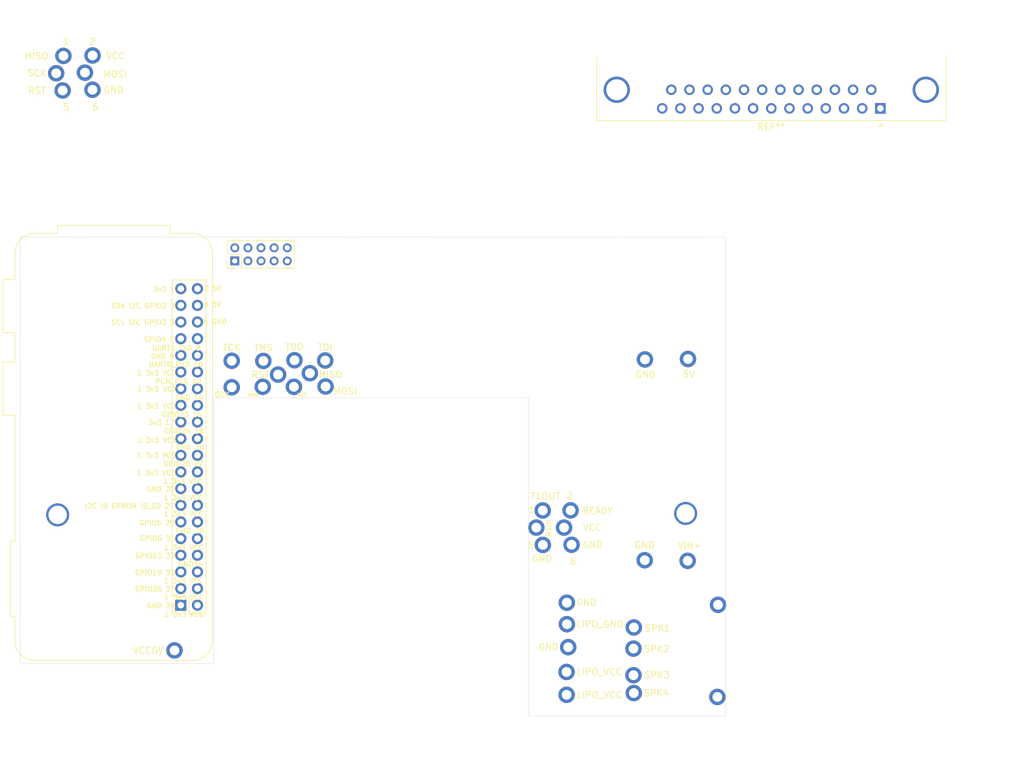
<source format=kicad_pcb>
(kicad_pcb (version 20241229) (generator "pcbnew") (generator_version "9.0")
  (layers (0 "F.Cu" signal) (2 "B.Cu" signal) (13 "F.Paste" user) (15 "B.Paste" user) (5 "F.SilkS" user "F.Silkscreen") (7 "B.SilkS" user "B.Silkscreen") (1 "F.Mask" user) (3 "B.Mask" user) (25 "Edge.Cuts" user))
  (net 0 "")
  (net 1 "TCK")
  (net 2 "TMS")
  (net 3 "TDO")
  (net 4 "TDI")
  (net 5 "SCK")
  (net 6 "GND")
  (net 7 "VCC")
  (net 8 "MOSI")
  (net 9 "MISO")
  (net 10 "RST")
  (net 11 "READY")
  (net 12 "SPK1")
  (net 13 "SPK2")
  (net 14 "SPK3")
  (net 15 "SPK4")
  (net 16 "VCC6V")
  (net 17 "VCC_LIPO")
  (net 18 "VCC_5V")
  (net 19 "LIPO_GND")
  (net 20 "VCC_LIPO_IN")
  (net 21 "VCC_BOOSTER_IN")
  (net 22 "PI_TX")
  (net 23 "PI_RX")
  (footprint "Connector_PinHeader_2.00mm:PinHeader_2x05_P2.00mm_Vertical" (layer "F.Cu") (at 117.683704 62.10541 90)
    (property "Reference" "USBPROGRAMMER" (hide yes))
    (property "Value" "PinHeader_2x05_P2.00mm_Vertical" (hide yes))
    (fp_line (start 3.11 -1.11) (end 3.11 9.11) (stroke (width 0.12)) (layer "F.SilkS"))
    (fp_line (start 1 -1.11) (end 3.11 -1.11) (stroke (width 0.12)) (layer "F.SilkS"))
    (fp_line (start -1.11 -1.11) (end 0 -1.11) (stroke (width 0.12)) (layer "F.SilkS"))
    (fp_line (start -1.11 0) (end -1.11 -1.11) (stroke (width 0.12)) (layer "F.SilkS"))
    (fp_line (start 1 1) (end 1 -1.11) (stroke (width 0.12)) (layer "F.SilkS"))
    (fp_line (start -1.11 1) (end 1 1) (stroke (width 0.12)) (layer "F.SilkS"))
    (fp_line (start -1.11 1) (end -1.11 9.11) (stroke (width 0.12)) (layer "F.SilkS"))
    (fp_line (start -1.11 9.11) (end 3.11 9.11) (stroke (width 0.12)) (layer "F.SilkS"))
    (pad "3" thru_hole circle (at 0 2 90) (size 1.35 1.35) (drill 0.8) (layers "*.Cu" "*.Mask"))
    (pad "4" thru_hole circle (at 2 2 90) (size 1.35 1.35) (drill 0.8) (layers "*.Cu" "*.Mask"))
    (pad "5" thru_hole circle (at 0 4 90) (size 1.35 1.35) (drill 0.8) (layers "*.Cu" "*.Mask"))
    (pad "7" thru_hole circle (at 0 6 90) (size 1.35 1.35) (drill 0.8) (layers "*.Cu" "*.Mask"))
    (pad "MISO" thru_hole circle (at 2 8 90) (size 1.35 1.35) (drill 0.8) (layers "*.Cu" "*.Mask") (net 9 "MISO"))
    (pad "MOSI" thru_hole circle (at 2 0 90) (size 1.35 1.35) (drill 0.8) (layers "*.Cu" "*.Mask") (net 8 "MOSI"))
    (pad "RST" thru_hole circle (at 2 4 90) (size 1.35 1.35) (drill 0.8) (layers "*.Cu" "*.Mask") (net 10 "RST"))
    (pad "SCK" thru_hole circle (at 2 6 90) (size 1.35 1.35) (drill 0.8) (layers "*.Cu" "*.Mask") (net 5 "SCK"))
    (pad "VCC" thru_hole rect (at 0 0 90) (size 1.35 1.35) (drill 0.8) (layers "*.Cu" "*.Mask") (net 7 "VCC"))
    (pad "VCC" thru_hole circle (at 0 8 90) (size 1.35 1.35) (drill 0.8) (layers "*.Cu" "*.Mask") (net 7 "VCC"))
  )
  (footprint "Connector_Wire:SolderWire-0.1sqmm_1x01_D0.4mm_OD1mm" (layer "F.Cu") (at 108.5 121.5)
    (property "Reference" "VCC6V" (at -4 0 0) (layer "F.SilkS"))
    (property "Value" "SolderWire-0.1sqmm_1x01_D0.4mm_OD1mm" (hide yes))
    (pad "VCC6V" thru_hole circle (at 0 0) (size 2.5 2.5) (drill 1.5) (layers "*.Cu" "*.Mask") (net 16 "VCC6V"))
  )
  (footprint "Connector_Wire:SolderWire-0.1sqmm_1x01_D0.4mm_OD1mm" (layer "F.Cu") (at 90.465439 33.4854)
    (property "Reference" "SCK" (at -2.907774 0 0) (layer "F.SilkS"))
    (property "Value" "SolderWire-0.1sqmm_1x01_D0.4mm_OD1mm" (hide yes))
    (pad "SCK" thru_hole circle (at 0 0) (size 2.5 2.5) (drill 1.5) (layers "*.Cu" "*.Mask") (net 5 "SCK"))
  )
  (footprint "Connector_Wire:SolderWire-0.1sqmm_1x01_D0.4mm_OD1mm" (layer "F.Cu") (at 91.450067 36.1076)
    (property "Reference" "RST" (at -3.901952 0.014272 0) (layer "F.SilkS"))
    (property "Value" "SolderWire-0.1sqmm_1x01_D0.4mm_OD1mm" (hide yes))
    (pad "RST" thru_hole circle (at 0 0) (size 2.5 2.5) (drill 1.5) (layers "*.Cu" "*.Mask") (net 10 "RST"))
  )
  (footprint "Connector_Wire:SolderWire-0.1sqmm_1x01_D0.4mm_OD1mm" (layer "F.Cu") (at 178.446188 125.284499)
    (property "Reference" "SPK3" (at 3.586544 -0.034733 0) (layer "F.SilkS"))
    (property "Value" "SolderWire-0.1sqmm_1x01_D0.4mm_OD1mm" (hide yes))
    (pad "SPK3" thru_hole circle (at 0 0) (size 2.5 2.5) (drill 1.5) (layers "*.Cu" "*.Mask") (net 14 "SPK3"))
  )
  (footprint "Connector_Wire:SolderWire-1.5sqmm_1x01_D1.7mm_OD3.9mm" (layer "F.Cu") (at 131.520852 81.249229)
    (property "Reference" "MOSI" (at 2.979148 0.750771 0) (layer "F.SilkS"))
    (property "Value" "SolderWire-1.5sqmm_1x01_D1.7mm_OD3.9mm" (hide yes))
    (pad "MOSI" thru_hole circle (at 0 0) (size 2.5 2.5) (drill 1.5) (layers "*.Cu" "*.Mask") (net 8 "MOSI"))
  )
  (footprint "Connector_Wire:SolderWire-0.1sqmm_1x01_D0.4mm_OD1mm" (layer "F.Cu") (at 178.446188 121.222982)
    (property "Reference" "SPK2" (at 3.553812 0.049424 0) (layer "F.SilkS"))
    (property "Value" "SolderWire-0.1sqmm_1x01_D0.4mm_OD1mm" (hide yes))
    (pad "SPK2" thru_hole circle (at 0 0) (size 2.5 2.5) (drill 1.5) (layers "*.Cu" "*.Mask") (net 13 "SPK2"))
  )
  (footprint "Connector_Wire:SolderWire-0.1sqmm_1x01_D0.4mm_OD1mm" (layer "F.Cu") (at 169.012365 105.381576)
    (property "Reference" "GND" (at 3.220697 0 0) (layer "F.SilkS"))
    (property "Value" "SolderWire-0.1sqmm_1x01_D0.4mm_OD1mm" (hide yes))
    (pad "GND" thru_hole circle (at 0 0) (size 2.5 2.5) (drill 1.5) (layers "*.Cu" "*.Mask") (net 6 "GND"))
  )
  (footprint "Connector_Wire:SolderWire-0.1sqmm_1x01_D0.4mm_OD1mm" (layer "F.Cu") (at 91.573038 30.835211)
    (property "Reference" "MISO" (at -4.100762 0.036346 0) (layer "F.SilkS"))
    (property "Value" "SolderWire-0.1sqmm_1x01_D0.4mm_OD1mm" (hide yes))
    (pad "MISO" thru_hole circle (at 0 0) (size 2.5 2.5) (drill 1.5) (layers "*.Cu" "*.Mask") (net 9 "MISO"))
  )
  (footprint "Connector_Wire:SolderWire-0.1sqmm_1x01_D0.4mm_OD1mm" (layer "F.Cu") (at 168.86398 100.143593)
    (property "Reference" "READY" (at 4.13602 0.051185 0) (layer "F.SilkS"))
    (property "Value" "SolderWire-0.1sqmm_1x01_D0.4mm_OD1mm" (hide yes))
    (pad "READY" thru_hole circle (at 0 0) (size 2.5 2.5) (drill 1.5) (layers "*.Cu" "*.Mask") (net 11 "READY"))
  )
  (footprint "Connector_Wire:SolderWire-0.1sqmm_1x01_D0.4mm_OD1mm" (layer "F.Cu") (at 178.5 128)
    (property "Reference" "SPK4" (at 3.433823 0.019216 0) (layer "F.SilkS"))
    (property "Value" "SolderWire-0.1sqmm_1x01_D0.4mm_OD1mm" (hide yes))
    (pad "SPK4" thru_hole circle (at 0 0) (size 2.5 2.5) (drill 1.5) (layers "*.Cu" "*.Mask") (net 15 "SPK4"))
  )
  (footprint "Connector_Wire:SolderWire-0.1sqmm_1x01_D0.4mm_OD1mm" (layer "F.Cu") (at 186.396955 100.608429)
    (property "Reference" "SCREW1" (hide yes))
    (property "Value" "SolderWire-0.1sqmm_1x01_D0.4mm_OD1mm" (hide yes))
    (pad "1" thru_hole circle (at 0 0) (size 3.5 3.5) (drill 2.8) (layers "*.Cu" "*.Mask"))
  )
  (footprint "Connector_Wire:SolderWire-1.5sqmm_1x01_D1.7mm_OD3.9mm" (layer "F.Cu") (at 126.697643 81.297461)
    (property "Reference" "VCC" (at 1.302357 1.202539 0) (layer "F.SilkS") (effects (font (size 0.5 0.5) (thickness 0.125))))
    (property "Value" "SolderWire-1.5sqmm_1x01_D1.7mm_OD3.9mm" (hide yes))
    (pad "VCC" thru_hole circle (at 0 0) (size 2.5 2.5) (drill 1.5) (layers "*.Cu" "*.Mask") (net 7 "VCC"))
  )
  (footprint "Connector_Wire:SolderWire-0.1sqmm_1x01_D0.4mm_OD1mm" (layer "F.Cu") (at 168.288728 114.220697 180)
    (property "Reference" "GND" (at -3 0 0) (layer "F.SilkS"))
    (property "Value" "SolderWire-0.1sqmm_1x01_D0.4mm_OD1mm" (hide yes))
    (pad "LIPO_CHARGER_GND_OUT" thru_hole circle (at 0 0 180) (size 2.5 2.5) (drill 1.5) (layers "*.Cu" "*.Mask") (net 6 "GND"))
  )
  (footprint "Connector_Wire:SolderWire-0.1sqmm_1x01_D0.4mm_OD1mm" (layer "F.Cu") (at 168.258613 128.26802 180)
    (property "Reference" "LIPO_VCC" (at -5.016313 -0.014751 0) (layer "F.SilkS"))
    (property "Value" "SolderWire-0.1sqmm_1x01_D0.4mm_OD1mm" (hide yes))
    (pad "LIPO_CHARGER_BAT_VCC" thru_hole circle (at 0 0 180) (size 2.5 2.5) (drill 1.5) (layers "*.Cu" "*.Mask") (net 17 "VCC_LIPO"))
  )
  (footprint "" (layer "F.Cu") (at 180.195424 77.123239)
    (property "Reference" "" (at 0 0 0) (layer "F.SilkS") (effects (font (size 1.27 1.27))))
    (property "Value" "")
    (pad "GND" thru_hole circle (at 0 0) (size 2.5 2.5) (drill 1.5) (layers "*.Cu" "*.Mask") (net 6 "GND"))
  )
  (footprint "" (layer "F.Cu") (at 186.702813 107.832188)
    (property "Reference" "" (at 0 0 0) (layer "F.SilkS") (effects (font (size 1.27 1.27))))
    (property "Value" "")
    (pad "VCC_BOOSTER_IN" thru_hole circle (at 0 0) (size 2.5 2.5) (drill 1.5) (layers "*.Cu" "*.Mask") (net 21 "VCC_BOOSTER_IN"))
  )
  (footprint "" (layer "F.Cu") (at 186.75482 77.058679)
    (property "Reference" "" (at 0 0 0) (layer "F.SilkS") (effects (font (size 1.27 1.27))))
    (property "Value" "")
    (pad "VCC_5V" thru_hole circle (at 0 0) (size 2.5 2.5) (drill 1.5) (layers "*.Cu" "*.Mask") (net 18 "VCC_5V"))
  )
  (footprint "Connector_Wire:SolderWire-0.1sqmm_1x01_D0.4mm_OD1mm" (layer "F.Cu") (at 94.847145 33.386863)
    (property "Reference" "MOSI" (at 4.618294 0.254058 0) (layer "F.SilkS"))
    (property "Value" "SolderWire-0.1sqmm_1x01_D0.4mm_OD1mm" (hide yes))
    (pad "MOSI" thru_hole circle (at 0 0) (size 2.5 2.5) (drill 1.5) (layers "*.Cu" "*.Mask") (net 8 "MOSI"))
  )
  (footprint "Connector_Wire:SolderWire-1.5sqmm_1x01_D1.7mm_OD3.9mm" (layer "F.Cu") (at 129.133364 79.223481)
    (property "Reference" "MISO" (at 3.135086 0.192928 0) (layer "F.SilkS"))
    (property "Value" "SolderWire-1.5sqmm_1x01_D1.7mm_OD3.9mm" (hide yes))
    (pad "MISO" thru_hole circle (at 0 0) (size 2.5 2.5) (drill 1.5) (layers "*.Cu" "*.Mask") (net 9 "MISO"))
  )
  (footprint "Connector_Wire:SolderWire-0.1sqmm_1x01_D0.4mm_OD1mm" (layer "F.Cu") (at 164.635014 105.411253)
    (property "Reference" "GND" (at -0.135014 2.088747 0) (layer "F.SilkS"))
    (property "Value" "SolderWire-0.1sqmm_1x01_D0.4mm_OD1mm" (hide yes))
    (pad "GND" thru_hole circle (at 0 0) (size 2.5 2.5) (drill 1.5) (layers "*.Cu" "*.Mask") (net 6 "GND"))
  )
  (footprint "Connector_Wire:SolderWire-1.5sqmm_1x01_D1.7mm_OD3.9mm" (layer "F.Cu") (at 131.466303 77.289362)
    (property "Reference" "TDI" (at 0 -2 0) (layer "F.SilkS"))
    (property "Value" "SolderWire-1.5sqmm_1x01_D1.7mm_OD3.9mm" (hide yes))
    (pad "TDI" thru_hole circle (at 0 0) (size 2.5 2.5) (drill 1.5) (layers "*.Cu" "*.Mask") (net 4 "TDI"))
  )
  (footprint "" (layer "F.Cu") (at 180.157858 107.744336)
    (property "Reference" "" (at 0 0 0) (layer "F.SilkS") (effects (font (size 1.27 1.27))))
    (property "Value" "")
    (pad "GND" thru_hole circle (at 0 0) (size 2.5 2.5) (drill 1.5) (layers "*.Cu" "*.Mask") (net 6 "GND"))
  )
  (footprint "Connector_Wire:SolderWire-0.1sqmm_1x01_D0.4mm_OD1mm" (layer "F.Cu") (at 191.335131 114.541321 180)
    (property "Reference" "LIPO_GND" (hide yes))
    (property "Value" "SolderWire-0.1sqmm_1x01_D0.4mm_OD1mm" (hide yes))
    (pad "GND" thru_hole circle (at 0 0 180) (size 2.5 2.5) (drill 1.5) (layers "*.Cu" "*.Mask") (net 6 "GND"))
  )
  (footprint "Connector_Wire:SolderWire-1.5sqmm_1x01_D1.7mm_OD3.9mm" (layer "F.Cu") (at 122.040949 77.349652)
    (property "Reference" "TMS" (at 0 -2 0) (layer "F.SilkS"))
    (property "Value" "SolderWire-1.5sqmm_1x01_D1.7mm_OD3.9mm" (hide yes))
    (pad "TMS" thru_hole circle (at 0 0) (size 2.5 2.5) (drill 1.5) (layers "*.Cu" "*.Mask") (net 2 "TMS"))
  )
  (footprint "Connector_Wire:SolderWire-0.1sqmm_1x01_D0.4mm_OD1mm" (layer "F.Cu") (at 168.303567 117.5 180)
    (property "Reference" "LIPO_GND" (at -5 0 0) (layer "F.SilkS"))
    (property "Value" "SolderWire-0.1sqmm_1x01_D0.4mm_OD1mm" (hide yes))
    (pad "LIPO_CHARGER_LIPO_GND" thru_hole circle (at 0 0 180) (size 2.5 2.5) (drill 1.5) (layers "*.Cu" "*.Mask") (net 19 "LIPO_GND"))
  )
  (footprint "" (layer "F.Cu") (at 191.231262 128.593359 180)
    (property "Reference" "" (at 0 0 0) (layer "F.SilkS") (effects (font (size 1.27 1.27))))
    (property "Value" "")
    (pad "LIPO_CHARGER_INPUT" thru_hole circle (at 0 0 180) (size 2.5 2.5) (drill 1.5) (layers "*.Cu" "*.Mask") (net 20 "VCC_LIPO_IN"))
  )
  (footprint "Connector_Wire:SolderWire-1.5sqmm_1x01_D1.7mm_OD3.9mm" (layer "F.Cu") (at 124.286039 79.440525)
    (property "Reference" "RST" (at -2.652765 0.024116 0) (layer "F.SilkS"))
    (property "Value" "SolderWire-1.5sqmm_1x01_D1.7mm_OD3.9mm" (hide yes))
    (pad "RST" thru_hole circle (at 0 0) (size 2.5 2.5) (drill 1.5) (layers "*.Cu" "*.Mask") (net 10 "RST"))
  )
  (footprint "Connector_Wire:SolderWire-1.5sqmm_1x01_D1.7mm_OD3.9mm" (layer "F.Cu") (at 117.21774 77.329556)
    (property "Reference" "TCK" (at 0 -2 0) (layer "F.SilkS"))
    (property "Value" "SolderWire-1.5sqmm_1x01_D1.7mm_OD3.9mm" (hide yes))
    (pad "TCK" thru_hole circle (at 0 0) (size 2.5 2.5) (drill 1.5) (layers "*.Cu" "*.Mask") (net 1 "TCK"))
  )
  (footprint "Connector_Dsub:DSUB-25_Pins_Horizontal_P2.77x2.84mm_EdgePinOffset4.94mm_Housed_MountingHolesOffset4.94mm" (layer "F.Cu") (at 216.07 38.84 180)
    (property "Reference" "REF**" (at 16.62 -2.8 0) (layer "F.SilkS"))
    (property "Value" "DSUB-25_Pins_Horizontal_P2.77x2.84mm_EdgePinOffset4.94mm_Housed_MountingHolesOffset4.94mm")
    (fp_line (start 43.23 -1.86) (end 43.23 7.72) (stroke (width 0.12)) (layer "F.SilkS"))
    (fp_line (start 0.25 -2.754338) (end 0 -2.321325) (stroke (width 0.12)) (layer "F.SilkS"))
    (fp_line (start 0 -2.321325) (end -0.25 -2.754338) (stroke (width 0.12)) (layer "F.SilkS"))
    (fp_line (start -0.25 -2.754338) (end 0.25 -2.754338) (stroke (width 0.12)) (layer "F.SilkS"))
    (fp_line (start -9.99 7.72) (end -9.99 -1.86) (stroke (width 0.12)) (layer "F.SilkS"))
    (fp_line (start -9.99 -1.86) (end 43.23 -1.86) (stroke (width 0.12)) (layer "F.SilkS"))
    (pad "0" thru_hole circle (at -6.93 2.84 180) (size 4 4) (drill 3.2) (layers "*.Cu" "*.Mask"))
    (pad "0" thru_hole circle (at 40.17 2.84 180) (size 4 4) (drill 3.2) (layers "*.Cu" "*.Mask"))
    (pad "1" thru_hole rect (at 0 0 180) (size 1.6 1.6) (drill 1) (layers "*.Cu" "*.Mask"))
    (pad "2" thru_hole circle (at 2.77 0 180) (size 1.6 1.6) (drill 1) (layers "*.Cu" "*.Mask"))
    (pad "3" thru_hole circle (at 5.54 0 180) (size 1.6 1.6) (drill 1) (layers "*.Cu" "*.Mask"))
    (pad "4" thru_hole circle (at 8.31 0 180) (size 1.6 1.6) (drill 1) (layers "*.Cu" "*.Mask"))
    (pad "5" thru_hole circle (at 11.08 0 180) (size 1.6 1.6) (drill 1) (layers "*.Cu" "*.Mask"))
    (pad "6" thru_hole circle (at 13.85 0 180) (size 1.6 1.6) (drill 1) (layers "*.Cu" "*.Mask"))
    (pad "7" thru_hole circle (at 16.62 0 180) (size 1.6 1.6) (drill 1) (layers "*.Cu" "*.Mask"))
    (pad "8" thru_hole circle (at 19.39 0 180) (size 1.6 1.6) (drill 1) (layers "*.Cu" "*.Mask"))
    (pad "9" thru_hole circle (at 22.16 0 180) (size 1.6 1.6) (drill 1) (layers "*.Cu" "*.Mask"))
    (pad "10" thru_hole circle (at 24.93 0 180) (size 1.6 1.6) (drill 1) (layers "*.Cu" "*.Mask"))
    (pad "11" thru_hole circle (at 27.7 0 180) (size 1.6 1.6) (drill 1) (layers "*.Cu" "*.Mask"))
    (pad "12" thru_hole circle (at 30.47 0 180) (size 1.6 1.6) (drill 1) (layers "*.Cu" "*.Mask"))
    (pad "13" thru_hole circle (at 33.24 0 180) (size 1.6 1.6) (drill 1) (layers "*.Cu" "*.Mask"))
    (pad "14" thru_hole circle (at 1.385 2.84 180) (size 1.6 1.6) (drill 1) (layers "*.Cu" "*.Mask"))
    (pad "15" thru_hole circle (at 4.155 2.84 180) (size 1.6 1.6) (drill 1) (layers "*.Cu" "*.Mask"))
    (pad "16" thru_hole circle (at 6.925 2.84 180) (size 1.6 1.6) (drill 1) (layers "*.Cu" "*.Mask"))
    (pad "17" thru_hole circle (at 9.695 2.84 180) (size 1.6 1.6) (drill 1) (layers "*.Cu" "*.Mask"))
    (pad "18" thru_hole circle (at 12.465 2.84 180) (size 1.6 1.6) (drill 1) (layers "*.Cu" "*.Mask"))
    (pad "19" thru_hole circle (at 15.235 2.84 180) (size 1.6 1.6) (drill 1) (layers "*.Cu" "*.Mask"))
    (pad "20" thru_hole circle (at 18.005 2.84 180) (size 1.6 1.6) (drill 1) (layers "*.Cu" "*.Mask"))
    (pad "21" thru_hole circle (at 20.775 2.84 180) (size 1.6 1.6) (drill 1) (layers "*.Cu" "*.Mask"))
    (pad "22" thru_hole circle (at 23.545 2.84 180) (size 1.6 1.6) (drill 1) (layers "*.Cu" "*.Mask"))
    (pad "23" thru_hole circle (at 26.315 2.84 180) (size 1.6 1.6) (drill 1) (layers "*.Cu" "*.Mask"))
    (pad "24" thru_hole circle (at 29.085 2.84 180) (size 1.6 1.6) (drill 1) (layers "*.Cu" "*.Mask"))
    (pad "25" thru_hole circle (at 31.855 2.84 180) (size 1.6 1.6) (drill 1) (layers "*.Cu" "*.Mask"))
  )
  (footprint "Connector_Wire:SolderWire-1.5sqmm_1x01_D1.7mm_OD3.9mm" (layer "F.Cu") (at 117.220038 81.369809)
    (property "Reference" "SCK" (at -1.444646 1.130191 0) (layer "F.SilkS") (effects (font (size 0.75 0.75))))
    (property "Value" "SolderWire-1.5sqmm_1x01_D1.7mm_OD3.9mm" (hide yes))
    (pad "SCK" thru_hole circle (at 0 0) (size 2.5 2.5) (drill 1.5) (layers "*.Cu" "*.Mask") (net 5 "SCK"))
  )
  (footprint "Connector_Wire:SolderWire-1.5sqmm_1x01_D1.7mm_OD3.9mm" (layer "F.Cu") (at 126.783771 77.249169)
    (property "Reference" "TDO" (at 0 -2 0) (layer "F.SilkS"))
    (property "Value" "SolderWire-1.5sqmm_1x01_D1.7mm_OD3.9mm" (hide yes))
    (pad "TDO" thru_hole circle (at 0 0) (size 2.5 2.5) (drill 1.5) (layers "*.Cu" "*.Mask") (net 3 "TDO"))
  )
  (footprint "Connector_Wire:SolderWire-0.1sqmm_1x01_D0.4mm_OD1mm" (layer "F.Cu") (at 163.640836 102.770004)
    (property "Reference" "R1IN" (at 1.876725 0.003347 90) (layer "F.SilkS") (effects (font (size 0.75 0.75))))
    (property "Value" "SolderWire-0.1sqmm_1x01_D0.4mm_OD1mm" (hide yes))
    (pad "R1IN" thru_hole circle (at 0 0) (size 2.5 2.5) (drill 1.5) (layers "*.Cu" "*.Mask") (net 22 "PI_TX"))
  )
  (footprint "Connector_Wire:SolderWire-0.1sqmm_1x01_D0.4mm_OD1mm" (layer "F.Cu") (at 96 36)
    (property "Reference" "GND" (at 3.220697 0 0) (layer "F.SilkS"))
    (property "Value" "SolderWire-0.1sqmm_1x01_D0.4mm_OD1mm" (hide yes))
    (pad "GND" thru_hole circle (at 0 0) (size 2.5 2.5) (drill 1.5) (layers "*.Cu" "*.Mask") (net 6 "GND"))
  )
  (footprint "Connector_Wire:SolderWire-0.1sqmm_1x01_D0.4mm_OD1mm" (layer "F.Cu") (at 178.5 118)
    (property "Reference" "SPK1" (at 3.631641 0.128323 0) (layer "F.SilkS"))
    (property "Value" "SolderWire-0.1sqmm_1x01_D0.4mm_OD1mm" (hide yes))
    (pad "SPK1" thru_hole circle (at 0 0) (size 2.5 2.5) (drill 1.5) (layers "*.Cu" "*.Mask") (net 12 "SPK1"))
  )
  (footprint "" (layer "F.Cu") (at 90.689705 100.82776)
    (property "Reference" "" (at 0 0 0) (layer "F.SilkS") (effects (font (size 1.27 1.27))))
    (property "Value" "")
    (pad "" thru_hole circle (at 0 0) (size 3.5 3.5) (drill 2.8) (layers "*.Cu" "*.Mask"))
  )
  (footprint "Connector_Wire:SolderWire-0.1sqmm_1x01_D0.4mm_OD1mm" (layer "F.Cu") (at 167.863124 102.771011)
    (property "Reference" "VCC" (at 4.293541 0.021467 0) (layer "F.SilkS"))
    (property "Value" "SolderWire-0.1sqmm_1x01_D0.4mm_OD1mm" (hide yes))
    (pad "VCC" thru_hole circle (at 0 0) (size 2.5 2.5) (drill 1.5) (layers "*.Cu" "*.Mask") (net 7 "VCC"))
  )
  (footprint "Connector_Wire:SolderWire-0.1sqmm_1x01_D0.4mm_OD1mm" (layer "F.Cu") (at 168.5 121)
    (property "Reference" "GND" (at -3 0 0) (layer "F.SilkS"))
    (property "Value" "SolderWire-0.1sqmm_1x01_D0.4mm_OD1mm" (hide yes))
    (pad "GND" thru_hole circle (at 0 0) (size 2.5 2.5) (drill 1.5) (layers "*.Cu" "*.Mask") (net 6 "GND"))
  )
  (footprint "Module:Raspberry_Pi_Zero_Socketed_THT_FaceDown_MountingHoles" (layer "F.Cu") (at 109.46 114.6 180)
    (property "Reference" "_" (at -6.27 24.13 90) (layer "F.SilkS") (effects (font (size 0.1 0.1) (thickness 0.025))))
    (property "Value" "Raspberry_Pi_Zero_Socketed_THT_FaceDown_MountingHoles")
    (fp_line (start 27.09 49.69) (end 27.09 41.57) (stroke (width 0.12)) (layer "F.SilkS"))
    (fp_line (start 27.09 41.57) (end 25.29 41.57) (stroke (width 0.12)) (layer "F.SilkS"))
    (fp_line (start 27.09 37.09) (end 27.09 28.97) (stroke (width 0.12)) (layer "F.SilkS"))
    (fp_line (start 27.09 28.97) (end 25.29 28.97) (stroke (width 0.12)) (layer "F.SilkS"))
    (fp_line (start 25.99 9.74) (end 25.99 -1.68) (stroke (width 0.12)) (layer "F.SilkS"))
    (fp_line (start 25.99 -1.68) (end 25.29 -1.68) (stroke (width 0.12)) (layer "F.SilkS"))
    (fp_line (start 25.29 53.63) (end 25.29 49.69) (stroke (width 0.12)) (layer "F.SilkS"))
    (fp_line (start 25.29 49.69) (end 27.09 49.69) (stroke (width 0.12)) (layer "F.SilkS"))
    (fp_line (start 25.29 41.57) (end 25.29 37.09) (stroke (width 0.12)) (layer "F.SilkS"))
    (fp_line (start 25.29 37.09) (end 27.09 37.09) (stroke (width 0.12)) (layer "F.SilkS"))
    (fp_line (start 25.29 28.97) (end 25.29 9.74) (stroke (width 0.12)) (layer "F.SilkS"))
    (fp_line (start 25.29 9.74) (end 25.99 9.74) (stroke (width 0.12)) (layer "F.SilkS"))
    (fp_line (start 25.29 -1.68) (end 25.29 -5.37) (stroke (width 0.12)) (layer "F.SilkS"))
    (fp_line (start 18.79 57.89) (end 18.79 56.69) (stroke (width 0.12)) (layer "F.SilkS"))
    (fp_line (start 18.79 56.69) (end 22.23 56.69) (stroke (width 0.12)) (layer "F.SilkS"))
    (fp_line (start 1.67 57.89) (end 18.79 57.89) (stroke (width 0.12)) (layer "F.SilkS"))
    (fp_line (start 1.67 56.69) (end 1.67 57.89) (stroke (width 0.12)) (layer "F.SilkS"))
    (fp_line (start 1.67 56.69) (end -1.77 56.69) (stroke (width 0.12)) (layer "F.SilkS"))
    (fp_line (start 1.33 1.27) (end 1.33 49.59) (stroke (width 0.12)) (layer "F.SilkS"))
    (fp_line (start 1.33 -1.33) (end 1.33 0) (stroke (width 0.12)) (layer "F.SilkS"))
    (fp_line (start 0 -1.33) (end 1.33 -1.33) (stroke (width 0.12)) (layer "F.SilkS"))
    (fp_line (start -1.27 1.27) (end 1.33 1.27) (stroke (width 0.12)) (layer "F.SilkS"))
    (fp_line (start -1.27 -1.33) (end -1.27 1.27) (stroke (width 0.12)) (layer "F.SilkS"))
    (fp_line (start -1.77 -8.43) (end 22.23 -8.43) (stroke (width 0.12)) (layer "F.SilkS"))
    (fp_line (start -3.87 49.59) (end 1.33 49.59) (stroke (width 0.12)) (layer "F.SilkS"))
    (fp_line (start -3.87 -1.33) (end -1.27 -1.33) (stroke (width 0.12)) (layer "F.SilkS"))
    (fp_line (start -3.87 -1.33) (end -3.87 49.59) (stroke (width 0.12)) (layer "F.SilkS"))
    (fp_line (start -4.83 53.63) (end -4.83 -5.37) (stroke (width 0.12)) (layer "F.SilkS"))
    (fp_arc (start 25.29 53.63) (mid 24.393747 55.793747) (end 22.23 56.69) (stroke (width 0.12)) (layer "F.SilkS"))
    (fp_arc (start 22.23 -8.43) (mid 24.393747 -7.533747) (end 25.29 -5.37) (stroke (width 0.12)) (layer "F.SilkS"))
    (fp_arc (start -1.77 56.69) (mid -3.933747 55.793747) (end -4.83 53.63) (stroke (width 0.12)) (layer "F.SilkS"))
    (fp_arc (start -4.83 -5.37) (mid -3.933747 -7.533747) (end -1.77 -8.43) (stroke (width 0.12)) (layer "F.SilkS"))
    (pad "" np_thru_hole circle (at -1.27 -4.87 270) (size 2.75 2.75) (drill 2.75) (layers "*.Cu" "*.Mask"))
    (pad "" np_thru_hole circle (at -1.27 53.13 270) (size 2.75 2.75) (drill 2.75) (layers "*.Cu" "*.Mask"))
    (pad "" np_thru_hole circle (at 21.73 -4.87 270) (size 2.75 2.75) (drill 2.75) (layers "*.Cu" "*.Mask"))
    (pad "" np_thru_hole circle (at 21.73 53.13 270) (size 2.75 2.75) (drill 2.75) (layers "*.Cu" "*.Mask"))
    (pad "1_3V" thru_hole oval (at 0 48.26 180) (size 1.7 1.7) (drill 1) (layers "*.Cu" "*.Mask") (net 7 "VCC"))
    (pad "2_5V" thru_hole oval (at -2.54 48.26 180) (size 1.7 1.7) (drill 1) (layers "*.Cu" "*.Mask") (net 18 "VCC_5V"))
    (pad "3" thru_hole oval (at 0 45.72 180) (size 1.7 1.7) (drill 1) (layers "*.Cu" "*.Mask"))
    (pad "4_5V" thru_hole oval (at -2.54 45.72 180) (size 1.7 1.7) (drill 1) (layers "*.Cu" "*.Mask") (net 18 "VCC_5V"))
    (pad "5" thru_hole oval (at 0 43.18 180) (size 1.7 1.7) (drill 1) (layers "*.Cu" "*.Mask"))
    (pad "6_GND" thru_hole oval (at -2.54 43.18 180) (size 1.7 1.7) (drill 1) (layers "*.Cu" "*.Mask") (net 6 "GND"))
    (pad "7" thru_hole oval (at 0 40.64 180) (size 1.7 1.7) (drill 1) (layers "*.Cu" "*.Mask"))
    (pad "8" thru_hole oval (at -2.54 40.64 180) (size 1.7 1.7) (drill 1) (layers "*.Cu" "*.Mask") (net 22 "PI_TX"))
    (pad "9" thru_hole oval (at 0 38.1 180) (size 1.7 1.7) (drill 1) (layers "*.Cu" "*.Mask") (net 6 "GND"))
    (pad "10" thru_hole oval (at -2.54 38.1 180) (size 1.7 1.7) (drill 1) (layers "*.Cu" "*.Mask") (net 23 "PI_RX"))
    (pad "11" thru_hole oval (at 0 35.56 180) (size 1.7 1.7) (drill 1) (layers "*.Cu" "*.Mask"))
    (pad "12" thru_hole oval (at -2.54 35.56 180) (size 1.7 1.7) (drill 1) (layers "*.Cu" "*.Mask"))
    (pad "13" thru_hole oval (at 0 33.02 180) (size 1.7 1.7) (drill 1) (layers "*.Cu" "*.Mask"))
    (pad "14_GND" thru_hole oval (at -2.54 33.02 180) (size 1.7 1.7) (drill 1) (layers "*.Cu" "*.Mask") (net 6 "GND"))
    (pad "15" thru_hole oval (at 0 30.48 180) (size 1.7 1.7) (drill 1) (layers "*.Cu" "*.Mask"))
    (pad "16" thru_hole oval (at -2.54 30.48 180) (size 1.7 1.7) (drill 1) (layers "*.Cu" "*.Mask"))
    (pad "17_3V3" thru_hole oval (at 0 27.94 180) (size 1.7 1.7) (drill 1) (layers "*.Cu" "*.Mask") (net 7 "VCC"))
    (pad "18" thru_hole oval (at -2.54 27.94 180) (size 1.7 1.7) (drill 1) (layers "*.Cu" "*.Mask"))
    (pad "19" thru_hole oval (at 0 25.4 180) (size 1.7 1.7) (drill 1) (layers "*.Cu" "*.Mask"))
    (pad "20_GND" thru_hole oval (at -2.54 25.4 180) (size 1.7 1.7) (drill 1) (layers "*.Cu" "*.Mask") (net 6 "GND"))
    (pad "21" thru_hole oval (at 0 22.86 180) (size 1.7 1.7) (drill 1) (layers "*.Cu" "*.Mask"))
    (pad "22" thru_hole oval (at -2.54 22.86 180) (size 1.7 1.7) (drill 1) (layers "*.Cu" "*.Mask"))
    (pad "23" thru_hole oval (at 0 20.32 180) (size 1.7 1.7) (drill 1) (layers "*.Cu" "*.Mask"))
    (pad "24" thru_hole oval (at -2.54 20.32 180) (size 1.7 1.7) (drill 1) (layers "*.Cu" "*.Mask"))
    (pad "25_GND" thru_hole oval (at 0 17.78 180) (size 1.7 1.7) (drill 1) (layers "*.Cu" "*.Mask") (net 6 "GND"))
    (pad "26" thru_hole oval (at -2.54 17.78 180) (size 1.7 1.7) (drill 1) (layers "*.Cu" "*.Mask"))
    (pad "27" thru_hole oval (at 0 15.24 180) (size 1.7 1.7) (drill 1) (layers "*.Cu" "*.Mask"))
    (pad "28" thru_hole oval (at -2.54 15.24 180) (size 1.7 1.7) (drill 1) (layers "*.Cu" "*.Mask"))
    (pad "29" thru_hole oval (at 0 12.7 180) (size 1.7 1.7) (drill 1) (layers "*.Cu" "*.Mask"))
    (pad "30_GND" thru_hole oval (at -2.54 12.7 180) (size 1.7 1.7) (drill 1) (layers "*.Cu" "*.Mask") (net 6 "GND"))
    (pad "31" thru_hole oval (at 0 10.16 180) (size 1.7 1.7) (drill 1) (layers "*.Cu" "*.Mask"))
    (pad "32" thru_hole oval (at -2.54 10.16 180) (size 1.7 1.7) (drill 1) (layers "*.Cu" "*.Mask"))
    (pad "33" thru_hole oval (at 0 7.62 180) (size 1.7 1.7) (drill 1) (layers "*.Cu" "*.Mask"))
    (pad "34_GND" thru_hole oval (at -2.54 7.62 180) (size 1.7 1.7) (drill 1) (layers "*.Cu" "*.Mask") (net 6 "GND"))
    (pad "35" thru_hole oval (at 0 5.08 180) (size 1.7 1.7) (drill 1) (layers "*.Cu" "*.Mask"))
    (pad "36" thru_hole oval (at -2.54 5.08 180) (size 1.7 1.7) (drill 1) (layers "*.Cu" "*.Mask"))
    (pad "37" thru_hole oval (at 0 2.54 180) (size 1.7 1.7) (drill 1) (layers "*.Cu" "*.Mask"))
    (pad "38" thru_hole oval (at -2.54 2.54 180) (size 1.7 1.7) (drill 1) (layers "*.Cu" "*.Mask"))
    (pad "39_GND" thru_hole rect (at 0 0 180) (size 1.7 1.7) (drill 1) (layers "*.Cu" "*.Mask") (net 6 "GND"))
    (pad "40" thru_hole oval (at -2.54 0 180) (size 1.7 1.7) (drill 1) (layers "*.Cu" "*.Mask"))
  )
  (footprint "Connector_Wire:SolderWire-0.1sqmm_1x01_D0.4mm_OD1mm" (layer "F.Cu") (at 96.015371 30.773726)
    (property "Reference" "VCC" (at 3.492978 0.051185 0) (layer "F.SilkS"))
    (property "Value" "SolderWire-0.1sqmm_1x01_D0.4mm_OD1mm" (hide yes))
    (pad "VCC" thru_hole circle (at 0 0) (size 2.5 2.5) (drill 1.5) (layers "*.Cu" "*.Mask") (net 7 "VCC"))
  )
  (footprint "Connector_Wire:SolderWire-0.1sqmm_1x01_D0.4mm_OD1mm" (layer "F.Cu") (at 168.248309 124.7851 180)
    (property "Reference" "LIPO_VCC" (at -5 0 0) (layer "F.SilkS"))
    (property "Value" "SolderWire-0.1sqmm_1x01_D0.4mm_OD1mm" (hide yes))
    (pad "LIPO_CHARGER_BAT_VCC" thru_hole circle (at 0 0 180) (size 2.5 2.5) (drill 1.5) (layers "*.Cu" "*.Mask") (net 17 "VCC_LIPO"))
  )
  (footprint "Connector_Wire:SolderWire-0.1sqmm_1x01_D0.4mm_OD1mm" (layer "F.Cu") (at 164.620176 100.158432)
    (property "Reference" "T1OUT" (at 0.379824 -2.158432 0) (layer "F.SilkS"))
    (property "Value" "SolderWire-0.1sqmm_1x01_D0.4mm_OD1mm" (hide yes))
    (pad "T1OUT" thru_hole circle (at 0 0) (size 2.5 2.5) (drill 1.5) (layers "*.Cu" "*.Mask") (net 23 "PI_RX"))
  )
  (footprint "Connector_Wire:SolderWire-1.5sqmm_1x01_D1.7mm_OD3.9mm" (layer "F.Cu") (at 121.946783 81.297461)
    (property "Reference" "GND" (at -1.446783 1.202539 0) (layer "F.SilkS") (effects (font (size 0.5 0.5) (thickness 0.125) (bold yes))))
    (property "Value" "SolderWire-1.5sqmm_1x01_D1.7mm_OD3.9mm" (hide yes))
    (pad "GND" thru_hole circle (at 0 0) (size 2.5 2.5) (drill 1.5) (layers "*.Cu" "*.Mask") (net 6 "GND"))
  )
  (gr_poly (pts (xy 85 58.460247) (xy 85 123.5) (xy 114.5 123.5) (xy 114.5 83) (xy 162.5 83) (xy 162.5 131.5) (xy 192.5 131.5) (xy 192.5 58.5)) (stroke (width 0.05)) (fill no) (layer "Edge.Cuts"))
  (gr_text "1 3v3 VCC" (at 102.754931 89.878266 0) (layer "F.SilkS") (effects (font (size 0.75 0.75)) (justify left bottom)))
  (gr_text "6" (at 96.465439 38.640921 0) (layer "F.SilkS") (effects (font (size 1 1))))
  (gr_text "GND 9" (at 104.819912 77.104146 0) (layer "F.SilkS") (effects (font (size 0.75 0.75)) (justify left bottom)))
  (gr_text "GPIO26 37" (at 102.397058 112.577389 0) (layer "F.SilkS") (effects (font (size 0.75 0.75)) (justify left bottom)))
  (gr_text "GND 39" (at 104.20188 115.109644 0) (layer "F.SilkS") (effects (font (size 0.75 0.75)) (justify left bottom)))
  (gr_text "GND 30" (at 108.629419 103.691881 0) (layer "F.SilkS") (effects (font (size 0.75 0.75)) (justify left bottom)))
  (gr_text "MOSI" (at 116.968262 59.382265 0) (layer "F.SilkS") (effects (font (size 0.5 0.5) (thickness 0.05)) (justify left bottom)))
  (gr_text "3v3 1" (at 105.151759 66.862584 0) (layer "F.SilkS") (effects (font (size 0.75 0.75)) (justify left bottom)))
  (gr_text "GND" (at 180.256005 79.447221 0) (layer "F.SilkS") (effects (font (size 1 1))))
  (gr_text "1 3v3 VCC" (at 106.85816 116.420544 0) (layer "F.SilkS") (effects (font (size 0.75 0.75)) (justify left bottom)))
  (gr_text "1" (at 91.965439 28.640921 0) (layer "F.SilkS") (effects (font (size 1 1))))
  (gr_text "SCK" (at 123.037199 59.382265 0) (layer "F.SilkS") (effects (font (size 0.5 0.5) (thickness 0.05)) (justify left bottom)))
  (gr_text "GND 14" (at 108.5 83.379532 0) (layer "F.SilkS") (effects (font (size 0.75 0.75)) (justify left bottom)))
  (gr_text "GPIO6 31" (at 103.125794 104.859404 0) (layer "F.SilkS") (effects (font (size 0.75 0.75)) (justify left bottom)))
  (gr_text "2" (at 168.733062 97.925525 0) (layer "F.SilkS") (effects (font (size 1 1))))
  (gr_text "GPIO23 16" (at 106.5 85.96822 0) (layer "F.SilkS") (effects (font (size 0.75 0.75)) (justify left bottom)))
  (gr_text "2 5V\n" (at 112.90894 66.725197 0) (layer "F.SilkS") (effects (font (size 0.75 0.75)) (justify left bottom)))
  (gr_text "5V" (at 186.897597 79.39451 0) (layer "F.SilkS") (effects (font (size 1 1))))
  (gr_text "5" (at 162.867191 105.490652 0) (layer "F.SilkS") (effects (font (size 1 1))))
  (gr_text "1 3v3 VCC" (at 102.754931 82.1122 0) (layer "F.SilkS") (effects (font (size 0.75 0.75)) (justify left bottom)))
  (gr_text "GND 20" (at 108.629419 90.971191 0) (layer "F.SilkS") (effects (font (size 0.75 0.75)) (justify left bottom)))
  (gr_text "4 5V" (at 112.853862 69.14865 0) (layer "F.SilkS") (effects (font (size 0.75 0.75)) (justify left bottom)))
  (gr_text "VIN+" (at 187 105.5 0) (layer "F.SilkS") (effects (font (size 1 1))))
  (gr_text "GND 25" (at 108.656822 97.337634 0) (layer "F.SilkS") (effects (font (size 0.75 0.75)) (justify right bottom)))
  (gr_text "GPIO13 33" (at 102.430182 107.509356 0) (layer "F.SilkS") (effects (font (size 0.75 0.75)) (justify left bottom)))
  (gr_text "1" (at 162.893752 100.04549 0) (layer "F.SilkS") (effects (font (size 1 1))))
  (gr_text "6" (at 169.233062 107.925525 0) (layer "F.SilkS") (effects (font (size 1 1))))
  (gr_text "GND34" (at 109 108.755455 0) (layer "F.SilkS") (effects (font (size 0.75 0.75)) (justify left bottom)))
  (gr_text "6 GND" (at 112.797974 71.831243 0) (layer "F.SilkS") (effects (font (size 0.75 0.75)) (justify left bottom)))
  (gr_text "GND" (at 180.150583 105.433767 0) (layer "F.SilkS") (effects (font (size 1 1))))
  (gr_text "GPIO4 7" (at 103.771263 74.500914 0) (layer "F.SilkS") (effects (font (size 0.75 0.75)) (justify left bottom)))
  (gr_text "1 3v3 VCC" (at 106.812261 106.231025 0) (layer "F.SilkS") (effects (font (size 0.75 0.75)) (justify left bottom)))
  (gr_text "SCL I2C GPIO3 5" (at 98.769478 71.917211 0) (layer "F.SilkS") (effects (font (size 0.75 0.75)) (justify left bottom)))
  (gr_text "GPIO5 29" (at 103.026421 102.507572 0) (layer "F.SilkS") (effects (font (size 0.75 0.75)) (justify left bottom)))
  (gr_text "1 3v3 VCC" (at 106.85816 113.850215 0) (layer "F.SilkS") (effects (font (size 0.75 0.75)) (justify left bottom)))
  (gr_text "GPIO25 22" (at 106.745369 93.472773 0) (layer "F.SilkS") (effects (font (size 0.75 0.75)) (justify left bottom)))
  (gr_text "MISO" (at 124.951363 59.382265 0) (layer "F.SilkS") (effects (font (size 0.5 0.5) (thickness 0.05)) (justify left bottom)))
  (gr_text "1 3v3 VCC" (at 102.641519 94.865971 0) (layer "F.SilkS") (effects (font (size 0.75 0.75)) (justify left bottom)))
  (gr_text "5" (at 91.965439 38.640921 0) (layer "F.SilkS") (effects (font (size 1 1))))
  (gr_text "1 3v3 VCC" (at 102.699852 84.700888 0) (layer "F.SilkS") (effects (font (size 0.75 0.75)) (justify left bottom)))
  (gr_text "GPIO19 35" (at 102.397058 110.093059 0) (layer "F.SilkS") (effects (font (size 0.75 0.75)) (justify left bottom)))
  (gr_text "UART0_RXD 10" (at 104.5 78.323584 0) (layer "F.SilkS") (effects (font (size 0.75 0.75)) (justify left bottom)))
  (gr_text "2" (at 95.965439 28.640921 0) (layer "F.SilkS") (effects (font (size 1 1))))
  (gr_text "PCM_CLK 12" (at 105.5 80.901 0) (layer "F.SilkS") (effects (font (size 0.75 0.75)) (justify left bottom)))
  (gr_text "1 3v3 VCC" (at 106.812261 111.325785 0) (layer "F.SilkS") (effects (font (size 0.75 0.75)) (justify left bottom)))
  (gr_text "GPIO24 18" (at 106.778797 88.501831 0) (layer "F.SilkS") (effects (font (size 0.75 0.75)) (justify left bottom)))
  (gr_text "VCC\n" (at 125.025555 63.403493 0) (layer "F.SilkS") (effects (font (size 0.5 0.5) (thickness 0.05)) (justify left bottom)))
  (gr_text "1 3v3 VCC" (at 102.699852 79.633668 0) (layer "F.SilkS") (effects (font (size 0.75 0.75)) (justify left bottom)))
  (gr_text "I2C ID EPROM ID_SD 27" (at 94.745321 99.923869 0) (layer "F.SilkS") (effects (font (size 0.75 0.75)) (justify left bottom)))
  (gr_text "UART0_TXD 8" (at 105 75.833779 0) (layer "F.SilkS") (effects (font (size 0.75 0.75)) (justify left bottom)))
  (gr_text "RST" (at 120.930136 59.367427 0) (layer "F.SilkS") (effects (font (size 0.5 0.5) (thickness 0.05)) (justify left bottom)))
  (gr_text "3v3 17" (at 104.433461 87.179484 0) (layer "F.SilkS") (effects (font (size 0.75 0.75)) (justify left bottom)))
  (gr_text "1 3v3 VCC" (at 106.766362 98.657733 0) (layer "F.SilkS") (effects (font (size 0.75 0.75)) (justify left bottom)))
  (gr_text "1 3v3 VCC" (at 106.812261 101.136265 0) (layer "F.SilkS") (effects (font (size 0.75 0.75)) (justify left bottom)))
  (gr_text "VCC\n" (at 117 63.5 0) (layer "F.SilkS") (effects (font (size 0.5 0.5) (thickness 0.05)) (justify left bottom)))
  (gr_text "SDA I2C GPIO2 3" (at 98.769478 69.399757 0) (layer "F.SilkS") (effects (font (size 0.75 0.75)) (justify left bottom)))
  (gr_text "1 3v3 VCC" (at 106.720464 96.133303 0) (layer "F.SilkS") (effects (font (size 0.75 0.75)) (justify left bottom)))
  (gr_text "1 3v3 VCC" (at 102.666424 92.205441 0) (layer "F.SilkS") (effects (font (size 0.75 0.75)) (justify left bottom)))
  (segment (start 121.683704 60.10541) (end 121.683704 59.636371) (width 0.2) (layer "F.Cu") (net 10))
)
</source>
